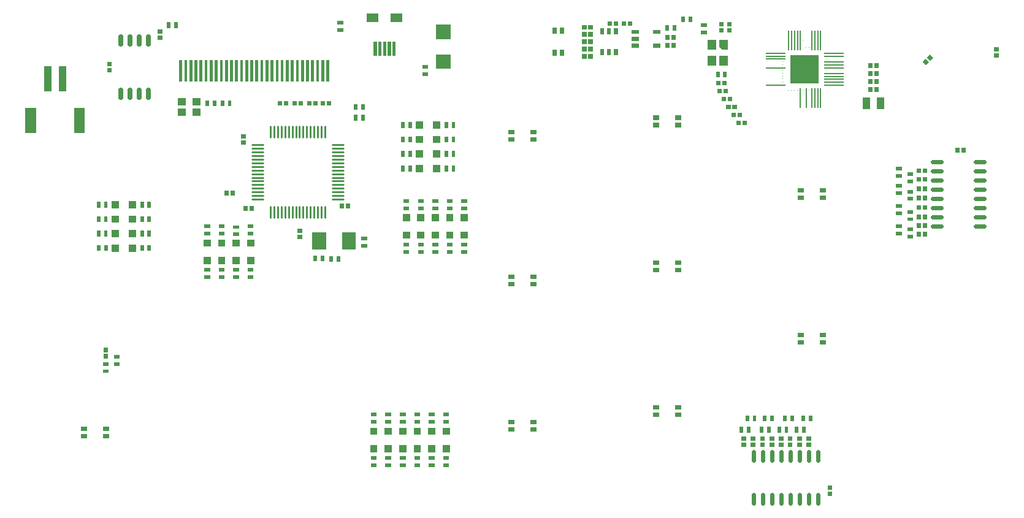
<source format=gbp>
G04 Layer: BottomPasteMaskLayer*
G04 EasyEDA v6.3.30, 2020-03-21T18:53:40+08:00*
G04 c5f63f6c624d440bb2292f988f7b391a,d4aa0ff59f9544bb86dfcbd96f28fb4a,05*
G04 Gerber Generator version 0.2*
G04 Scale: 100 percent, Rotated: No, Reflected: No *
G04 Dimensions in millimeters *
G04 leading zeros omitted , absolute positions ,3 integer and 3 decimal *
%FSLAX33Y33*%
%MOMM*%
G90*
G71D02*

%ADD29C,0.599999*%
%ADD30C,0.650011*%
%ADD31C,0.280010*%
%ADD48R,3.999992X3.999992*%
%ADD49R,2.799994X0.254000*%
%ADD50R,0.010008X0.010008*%
%ADD51R,2.799994X0.240005*%
%ADD52R,0.254000X2.799994*%
%ADD53R,0.240005X2.799994*%

%LPD*%
G54D29*
G01X141571Y57444D02*
G01X142771Y57444D01*
G01X141571Y56174D02*
G01X142771Y56174D01*
G01X141571Y54904D02*
G01X142771Y54904D01*
G01X141571Y53634D02*
G01X142771Y53634D01*
G01X141571Y52364D02*
G01X142771Y52364D01*
G01X141571Y51094D02*
G01X142771Y51094D01*
G01X141571Y49824D02*
G01X142771Y49824D01*
G01X141571Y48554D02*
G01X142771Y48554D01*
G01X135628Y57444D02*
G01X136828Y57444D01*
G01X135628Y56174D02*
G01X136828Y56174D01*
G01X135628Y54904D02*
G01X136828Y54904D01*
G01X135628Y53634D02*
G01X136828Y53634D01*
G01X135628Y52364D02*
G01X136828Y52364D01*
G01X135628Y51094D02*
G01X136828Y51094D01*
G01X135628Y49824D02*
G01X136828Y49824D01*
G01X135628Y48554D02*
G01X136828Y48554D01*
G01X119817Y11427D02*
G01X119817Y10227D01*
G01X118547Y11427D02*
G01X118547Y10227D01*
G01X117277Y11427D02*
G01X117277Y10227D01*
G01X116007Y11427D02*
G01X116007Y10227D01*
G01X114737Y11427D02*
G01X114737Y10227D01*
G01X113467Y11427D02*
G01X113467Y10227D01*
G01X112197Y11427D02*
G01X112197Y10227D01*
G01X110927Y11427D02*
G01X110927Y10227D01*
G01X119817Y17370D02*
G01X119817Y16170D01*
G01X118547Y17370D02*
G01X118547Y16170D01*
G01X117277Y17370D02*
G01X117277Y16170D01*
G01X116007Y17370D02*
G01X116007Y16170D01*
G01X114737Y17370D02*
G01X114737Y16170D01*
G01X113467Y17370D02*
G01X113467Y16170D01*
G01X112197Y17370D02*
G01X112197Y16170D01*
G01X110927Y17370D02*
G01X110927Y16170D01*
G54D30*
G01X27404Y67324D02*
G01X27404Y66274D01*
G01X26134Y67324D02*
G01X26134Y66274D01*
G01X24864Y67324D02*
G01X24864Y66274D01*
G01X23594Y67324D02*
G01X23594Y66274D01*
G01X27404Y74724D02*
G01X27404Y73675D01*
G01X26134Y74724D02*
G01X26134Y73675D01*
G01X24864Y74724D02*
G01X24864Y73675D01*
G01X23594Y74724D02*
G01X23594Y73675D01*
G54D31*
G01X54309Y52250D02*
G01X52789Y52250D01*
G01X54309Y52750D02*
G01X52789Y52750D01*
G01X54309Y53250D02*
G01X52789Y53250D01*
G01X54309Y53750D02*
G01X52789Y53750D01*
G01X54309Y54250D02*
G01X52789Y54250D01*
G01X54309Y54750D02*
G01X52789Y54750D01*
G01X54309Y55250D02*
G01X52789Y55250D01*
G01X54309Y55750D02*
G01X52789Y55750D01*
G01X54309Y56250D02*
G01X52789Y56250D01*
G01X54309Y56750D02*
G01X52789Y56750D01*
G01X54309Y57250D02*
G01X52789Y57250D01*
G01X54309Y57750D02*
G01X52789Y57750D01*
G01X54309Y58250D02*
G01X52789Y58250D01*
G01X54309Y58750D02*
G01X52789Y58750D01*
G01X54309Y59250D02*
G01X52789Y59250D01*
G01X54309Y59750D02*
G01X52789Y59750D01*
G01X51750Y60790D02*
G01X51750Y62310D01*
G01X51249Y60790D02*
G01X51249Y62310D01*
G01X50750Y60790D02*
G01X50750Y62310D01*
G01X50249Y60790D02*
G01X50249Y62310D01*
G01X49750Y60790D02*
G01X49750Y62310D01*
G01X49249Y60790D02*
G01X49249Y62310D01*
G01X48750Y60790D02*
G01X48750Y62310D01*
G01X48249Y60790D02*
G01X48249Y62310D01*
G01X47750Y60790D02*
G01X47750Y62310D01*
G01X47249Y60790D02*
G01X47249Y62310D01*
G01X46750Y60790D02*
G01X46750Y62310D01*
G01X46249Y60790D02*
G01X46249Y62310D01*
G01X45750Y60790D02*
G01X45750Y62310D01*
G01X45249Y60790D02*
G01X45249Y62310D01*
G01X44750Y60790D02*
G01X44750Y62310D01*
G01X44250Y60790D02*
G01X44250Y62310D01*
G01X43210Y59750D02*
G01X41690Y59750D01*
G01X43210Y59250D02*
G01X41690Y59250D01*
G01X43210Y58750D02*
G01X41690Y58750D01*
G01X43210Y58250D02*
G01X41690Y58250D01*
G01X43210Y57750D02*
G01X41690Y57750D01*
G01X43210Y57250D02*
G01X41690Y57250D01*
G01X43210Y56750D02*
G01X41690Y56750D01*
G01X43210Y56250D02*
G01X41690Y56250D01*
G01X43210Y55750D02*
G01X41690Y55750D01*
G01X43210Y55250D02*
G01X41690Y55250D01*
G01X43210Y54750D02*
G01X41690Y54750D01*
G01X43210Y54250D02*
G01X41690Y54250D01*
G01X43210Y53750D02*
G01X41690Y53750D01*
G01X43210Y53250D02*
G01X41690Y53250D01*
G01X43210Y52750D02*
G01X41690Y52750D01*
G01X43210Y52250D02*
G01X41690Y52250D01*
G01X44250Y49690D02*
G01X44250Y51210D01*
G01X44750Y49690D02*
G01X44750Y51210D01*
G01X45249Y49690D02*
G01X45249Y51210D01*
G01X45750Y49690D02*
G01X45750Y51210D01*
G01X46249Y49690D02*
G01X46249Y51210D01*
G01X46750Y49690D02*
G01X46750Y51210D01*
G01X47249Y49690D02*
G01X47249Y51210D01*
G01X47750Y49690D02*
G01X47750Y51210D01*
G01X48249Y49690D02*
G01X48249Y51210D01*
G01X48750Y49690D02*
G01X48750Y51210D01*
G01X49249Y49690D02*
G01X49249Y51210D01*
G01X49750Y49690D02*
G01X49750Y51210D01*
G01X50249Y49690D02*
G01X50249Y51210D01*
G01X50750Y49690D02*
G01X50750Y51210D01*
G01X51249Y49690D02*
G01X51249Y51210D01*
G01X51750Y49690D02*
G01X51750Y51210D01*
G36*
G01X109424Y62475D02*
G01X110024Y62475D01*
G01X110024Y63124D01*
G01X109424Y63124D01*
G01X109424Y62475D01*
G37*
G36*
G01X108575Y62475D02*
G01X109175Y62475D01*
G01X109175Y63124D01*
G01X108575Y63124D01*
G01X108575Y62475D01*
G37*
G36*
G01X107924Y76124D02*
G01X107924Y76724D01*
G01X107275Y76724D01*
G01X107275Y76124D01*
G01X107924Y76124D01*
G37*
G36*
G01X107924Y75275D02*
G01X107924Y75875D01*
G01X107275Y75875D01*
G01X107275Y75275D01*
G01X107924Y75275D01*
G37*
G36*
G01X108724Y63575D02*
G01X109324Y63575D01*
G01X109324Y64224D01*
G01X108724Y64224D01*
G01X108724Y63575D01*
G37*
G36*
G01X107875Y63575D02*
G01X108475Y63575D01*
G01X108475Y64224D01*
G01X107875Y64224D01*
G01X107875Y63575D01*
G37*
G36*
G01X53499Y75849D02*
G01X53499Y75349D01*
G01X54299Y75349D01*
G01X54299Y75849D01*
G01X53499Y75849D01*
G37*
G36*
G01X53499Y76849D02*
G01X53499Y76349D01*
G01X54299Y76349D01*
G01X54299Y76849D01*
G01X53499Y76849D01*
G37*
G36*
G01X101950Y76699D02*
G01X102450Y76699D01*
G01X102450Y77499D01*
G01X101950Y77499D01*
G01X101950Y76699D01*
G37*
G36*
G01X100950Y76699D02*
G01X101450Y76699D01*
G01X101450Y77499D01*
G01X100950Y77499D01*
G01X100950Y76699D01*
G37*
G36*
G01X30449Y76699D02*
G01X29949Y76699D01*
G01X29949Y75900D01*
G01X30449Y75900D01*
G01X30449Y76699D01*
G37*
G36*
G01X31449Y76699D02*
G01X30949Y76699D01*
G01X30949Y75900D01*
G01X31449Y75900D01*
G01X31449Y76699D01*
G37*
G36*
G01X127001Y66275D02*
G01X126001Y66275D01*
G01X126001Y64725D01*
G01X127001Y64725D01*
G01X127001Y66275D01*
G37*
G36*
G01X129001Y66275D02*
G01X128001Y66275D01*
G01X128001Y64725D01*
G01X129001Y64725D01*
G01X129001Y66275D01*
G37*
G36*
G01X49999Y47700D02*
G01X49999Y45300D01*
G01X51899Y45300D01*
G01X51899Y47700D01*
G01X49999Y47700D01*
G37*
G36*
G01X54100Y47700D02*
G01X54100Y45300D01*
G01X56000Y45300D01*
G01X56000Y47700D01*
G01X54100Y47700D01*
G37*
G36*
G01X61534Y72029D02*
G01X61534Y74030D01*
G01X61085Y74030D01*
G01X61085Y72029D01*
G01X61534Y72029D01*
G37*
G36*
G01X60887Y72029D02*
G01X60887Y74030D01*
G01X60434Y74030D01*
G01X60434Y72029D01*
G01X60887Y72029D01*
G37*
G36*
G01X60236Y72029D02*
G01X60236Y74030D01*
G01X59784Y74030D01*
G01X59784Y72029D01*
G01X60236Y72029D01*
G37*
G36*
G01X59586Y72029D02*
G01X59586Y74030D01*
G01X59137Y74030D01*
G01X59137Y72029D01*
G01X59586Y72029D01*
G37*
G36*
G01X58936Y72029D02*
G01X58936Y74030D01*
G01X58486Y74030D01*
G01X58486Y72029D01*
G01X58936Y72029D01*
G37*
G36*
G01X60815Y76740D02*
G01X62416Y76740D01*
G01X62416Y77942D01*
G01X60815Y77942D01*
G01X60815Y76740D01*
G37*
G36*
G01X57539Y76725D02*
G01X59139Y76725D01*
G01X59139Y77924D01*
G01X57539Y77924D01*
G01X57539Y76725D01*
G37*
G36*
G01X91684Y72952D02*
G01X91684Y72152D01*
G01X92195Y72152D01*
G01X92195Y72952D01*
G01X91684Y72952D01*
G37*
G36*
G01X90744Y72952D02*
G01X90744Y72152D01*
G01X91255Y72152D01*
G01X91255Y72952D01*
G01X90744Y72952D01*
G37*
G36*
G01X89804Y72952D02*
G01X89804Y72152D01*
G01X90315Y72152D01*
G01X90315Y72952D01*
G01X89804Y72952D01*
G37*
G36*
G01X89804Y75847D02*
G01X89804Y75047D01*
G01X90315Y75047D01*
G01X90315Y75847D01*
G01X89804Y75847D01*
G37*
G36*
G01X90744Y75847D02*
G01X90744Y75047D01*
G01X91255Y75047D01*
G01X91255Y75847D01*
G01X90744Y75847D01*
G37*
G36*
G01X91684Y75847D02*
G01X91684Y75047D01*
G01X92195Y75047D01*
G01X92195Y75847D01*
G01X91684Y75847D01*
G37*
G36*
G01X87875Y73324D02*
G01X87275Y73324D01*
G01X87275Y72675D01*
G01X87875Y72675D01*
G01X87875Y73324D01*
G37*
G36*
G01X88724Y73324D02*
G01X88124Y73324D01*
G01X88124Y72675D01*
G01X88724Y72675D01*
G01X88724Y73324D01*
G37*
G36*
G01X91375Y76824D02*
G01X90775Y76824D01*
G01X90775Y76175D01*
G01X91375Y76175D01*
G01X91375Y76824D01*
G37*
G36*
G01X92224Y76824D02*
G01X91624Y76824D01*
G01X91624Y76175D01*
G01X92224Y76175D01*
G01X92224Y76824D01*
G37*
G36*
G01X87875Y74324D02*
G01X87275Y74324D01*
G01X87275Y73675D01*
G01X87875Y73675D01*
G01X87875Y74324D01*
G37*
G36*
G01X88724Y74324D02*
G01X88124Y74324D01*
G01X88124Y73675D01*
G01X88724Y73675D01*
G01X88724Y74324D01*
G37*
G36*
G01X127624Y70375D02*
G01X128224Y70375D01*
G01X128224Y71024D01*
G01X127624Y71024D01*
G01X127624Y70375D01*
G37*
G36*
G01X126775Y70375D02*
G01X127375Y70375D01*
G01X127375Y71024D01*
G01X126775Y71024D01*
G01X126775Y70375D01*
G37*
G36*
G01X127624Y69275D02*
G01X128224Y69275D01*
G01X128224Y69924D01*
G01X127624Y69924D01*
G01X127624Y69275D01*
G37*
G36*
G01X126775Y69275D02*
G01X127375Y69275D01*
G01X127375Y69924D01*
G01X126775Y69924D01*
G01X126775Y69275D01*
G37*
G36*
G01X127624Y67075D02*
G01X128224Y67075D01*
G01X128224Y67724D01*
G01X127624Y67724D01*
G01X127624Y67075D01*
G37*
G36*
G01X126775Y67075D02*
G01X127375Y67075D01*
G01X127375Y67724D01*
G01X126775Y67724D01*
G01X126775Y67075D01*
G37*
G36*
G01X127624Y68175D02*
G01X128224Y68175D01*
G01X128224Y68824D01*
G01X127624Y68824D01*
G01X127624Y68175D01*
G37*
G36*
G01X126775Y68175D02*
G01X127375Y68175D01*
G01X127375Y68824D01*
G01X126775Y68824D01*
G01X126775Y68175D01*
G37*
G36*
G01X106375Y68624D02*
G01X105775Y68624D01*
G01X105775Y67975D01*
G01X106375Y67975D01*
G01X106375Y68624D01*
G37*
G36*
G01X107224Y68624D02*
G01X106624Y68624D01*
G01X106624Y67975D01*
G01X107224Y67975D01*
G01X107224Y68624D01*
G37*
G36*
G01X106575Y67524D02*
G01X105975Y67524D01*
G01X105975Y66875D01*
G01X106575Y66875D01*
G01X106575Y67524D01*
G37*
G36*
G01X107424Y67524D02*
G01X106824Y67524D01*
G01X106824Y66875D01*
G01X107424Y66875D01*
G01X107424Y67524D01*
G37*
G36*
G01X108024Y64675D02*
G01X108624Y64675D01*
G01X108624Y65324D01*
G01X108024Y65324D01*
G01X108024Y64675D01*
G37*
G36*
G01X107175Y64675D02*
G01X107775Y64675D01*
G01X107775Y65324D01*
G01X107175Y65324D01*
G01X107175Y64675D01*
G37*
G36*
G01X107424Y65775D02*
G01X108024Y65775D01*
G01X108024Y66424D01*
G01X107424Y66424D01*
G01X107424Y65775D01*
G37*
G36*
G01X106575Y65775D02*
G01X107175Y65775D01*
G01X107175Y66424D01*
G01X106575Y66424D01*
G01X106575Y65775D01*
G37*
G36*
G01X106824Y76124D02*
G01X106824Y76724D01*
G01X106175Y76724D01*
G01X106175Y76124D01*
G01X106824Y76124D01*
G37*
G36*
G01X106824Y75275D02*
G01X106824Y75875D01*
G01X106175Y75875D01*
G01X106175Y75275D01*
G01X106824Y75275D01*
G37*
G36*
G01X144175Y72375D02*
G01X144175Y71775D01*
G01X144824Y71775D01*
G01X144824Y72375D01*
G01X144175Y72375D01*
G37*
G36*
G01X144175Y73224D02*
G01X144175Y72624D01*
G01X144824Y72624D01*
G01X144824Y73224D01*
G01X144175Y73224D01*
G37*
G36*
G01X134682Y71641D02*
G01X134258Y71217D01*
G01X134717Y70758D01*
G01X135141Y71182D01*
G01X134682Y71641D01*
G37*
G36*
G01X135282Y72241D02*
G01X134858Y71817D01*
G01X135317Y71358D01*
G01X135741Y71782D01*
G01X135282Y72241D01*
G37*
G36*
G01X139375Y59324D02*
G01X138775Y59324D01*
G01X138775Y58675D01*
G01X139375Y58675D01*
G01X139375Y59324D01*
G37*
G36*
G01X140224Y59324D02*
G01X139624Y59324D01*
G01X139624Y58675D01*
G01X140224Y58675D01*
G01X140224Y59324D01*
G37*
G36*
G01X134324Y47075D02*
G01X134924Y47075D01*
G01X134924Y47724D01*
G01X134324Y47724D01*
G01X134324Y47075D01*
G37*
G36*
G01X133475Y47075D02*
G01X134075Y47075D01*
G01X134075Y47724D01*
G01X133475Y47724D01*
G01X133475Y47075D01*
G37*
G36*
G01X134324Y49475D02*
G01X134924Y49475D01*
G01X134924Y50124D01*
G01X134324Y50124D01*
G01X134324Y49475D01*
G37*
G36*
G01X133475Y49475D02*
G01X134075Y49475D01*
G01X134075Y50124D01*
G01X133475Y50124D01*
G01X133475Y49475D01*
G37*
G36*
G01X134324Y52075D02*
G01X134924Y52075D01*
G01X134924Y52724D01*
G01X134324Y52724D01*
G01X134324Y52075D01*
G37*
G36*
G01X133475Y52075D02*
G01X134075Y52075D01*
G01X134075Y52724D01*
G01X133475Y52724D01*
G01X133475Y52075D01*
G37*
G36*
G01X121824Y12124D02*
G01X121824Y12724D01*
G01X121175Y12724D01*
G01X121175Y12124D01*
G01X121824Y12124D01*
G37*
G36*
G01X121824Y11275D02*
G01X121824Y11875D01*
G01X121175Y11875D01*
G01X121175Y11275D01*
G01X121824Y11275D01*
G37*
G36*
G01X134324Y54675D02*
G01X134924Y54675D01*
G01X134924Y55324D01*
G01X134324Y55324D01*
G01X134324Y54675D01*
G37*
G36*
G01X133475Y54675D02*
G01X134075Y54675D01*
G01X134075Y55324D01*
G01X133475Y55324D01*
G01X133475Y54675D01*
G37*
G36*
G01X109248Y18674D02*
G01X109248Y18074D01*
G01X109897Y18074D01*
G01X109897Y18674D01*
G01X109248Y18674D01*
G37*
G36*
G01X109248Y19522D02*
G01X109248Y18923D01*
G01X109897Y18923D01*
G01X109897Y19522D01*
G01X109248Y19522D01*
G37*
G36*
G01X111848Y18674D02*
G01X111848Y18074D01*
G01X112497Y18074D01*
G01X112497Y18674D01*
G01X111848Y18674D01*
G37*
G36*
G01X111848Y19522D02*
G01X111848Y18923D01*
G01X112497Y18923D01*
G01X112497Y19522D01*
G01X111848Y19522D01*
G37*
G36*
G01X114448Y18674D02*
G01X114448Y18074D01*
G01X115097Y18074D01*
G01X115097Y18674D01*
G01X114448Y18674D01*
G37*
G36*
G01X114448Y19522D02*
G01X114448Y18923D01*
G01X115097Y18923D01*
G01X115097Y19522D01*
G01X114448Y19522D01*
G37*
G36*
G01X88124Y74675D02*
G01X88724Y74675D01*
G01X88724Y75324D01*
G01X88124Y75324D01*
G01X88124Y74675D01*
G37*
G36*
G01X87275Y74675D02*
G01X87875Y74675D01*
G01X87875Y75324D01*
G01X87275Y75324D01*
G01X87275Y74675D01*
G37*
G36*
G01X88124Y75675D02*
G01X88724Y75675D01*
G01X88724Y76324D01*
G01X88124Y76324D01*
G01X88124Y75675D01*
G37*
G36*
G01X87275Y75675D02*
G01X87875Y75675D01*
G01X87875Y76324D01*
G01X87275Y76324D01*
G01X87275Y75675D01*
G37*
G36*
G01X134324Y55875D02*
G01X134924Y55875D01*
G01X134924Y56524D01*
G01X134324Y56524D01*
G01X134324Y55875D01*
G37*
G36*
G01X133475Y55875D02*
G01X134075Y55875D01*
G01X134075Y56524D01*
G01X133475Y56524D01*
G01X133475Y55875D01*
G37*
G36*
G01X110548Y18674D02*
G01X110548Y18074D01*
G01X111197Y18074D01*
G01X111197Y18674D01*
G01X110548Y18674D01*
G37*
G36*
G01X110548Y19522D02*
G01X110548Y18923D01*
G01X111197Y18923D01*
G01X111197Y19522D01*
G01X110548Y19522D01*
G37*
G36*
G01X113148Y18674D02*
G01X113148Y18074D01*
G01X113797Y18074D01*
G01X113797Y18674D01*
G01X113148Y18674D01*
G37*
G36*
G01X113148Y19522D02*
G01X113148Y18923D01*
G01X113797Y18923D01*
G01X113797Y19522D01*
G01X113148Y19522D01*
G37*
G36*
G01X115648Y18674D02*
G01X115648Y18074D01*
G01X116297Y18074D01*
G01X116297Y18674D01*
G01X115648Y18674D01*
G37*
G36*
G01X115648Y19522D02*
G01X115648Y18923D01*
G01X116297Y18923D01*
G01X116297Y19522D01*
G01X115648Y19522D01*
G37*
G36*
G01X134324Y48275D02*
G01X134924Y48275D01*
G01X134924Y48924D01*
G01X134324Y48924D01*
G01X134324Y48275D01*
G37*
G36*
G01X133475Y48275D02*
G01X134075Y48275D01*
G01X134075Y48924D01*
G01X133475Y48924D01*
G01X133475Y48275D01*
G37*
G36*
G01X134324Y50775D02*
G01X134924Y50775D01*
G01X134924Y51424D01*
G01X134324Y51424D01*
G01X134324Y50775D01*
G37*
G36*
G01X133475Y50775D02*
G01X134075Y50775D01*
G01X134075Y51424D01*
G01X133475Y51424D01*
G01X133475Y50775D01*
G37*
G36*
G01X134324Y53375D02*
G01X134924Y53375D01*
G01X134924Y54024D01*
G01X134324Y54024D01*
G01X134324Y53375D01*
G37*
G36*
G01X133475Y53375D02*
G01X134075Y53375D01*
G01X134075Y54024D01*
G01X133475Y54024D01*
G01X133475Y53375D01*
G37*
G36*
G01X116948Y18674D02*
G01X116948Y18074D01*
G01X117597Y18074D01*
G01X117597Y18674D01*
G01X116948Y18674D01*
G37*
G36*
G01X116948Y19522D02*
G01X116948Y18923D01*
G01X117597Y18923D01*
G01X117597Y19522D01*
G01X116948Y19522D01*
G37*
G36*
G01X118248Y18674D02*
G01X118248Y18074D01*
G01X118897Y18074D01*
G01X118897Y18674D01*
G01X118248Y18674D01*
G37*
G36*
G01X118248Y19522D02*
G01X118248Y18923D01*
G01X118897Y18923D01*
G01X118897Y19522D01*
G01X118248Y19522D01*
G37*
G36*
G01X88124Y71675D02*
G01X88724Y71675D01*
G01X88724Y72324D01*
G01X88124Y72324D01*
G01X88124Y71675D01*
G37*
G36*
G01X87275Y71675D02*
G01X87875Y71675D01*
G01X87875Y72324D01*
G01X87275Y72324D01*
G01X87275Y71675D01*
G37*
G36*
G01X31450Y66200D02*
G01X31450Y65200D01*
G01X32550Y65200D01*
G01X32550Y66200D01*
G01X31450Y66200D01*
G37*
G36*
G01X31450Y64800D02*
G01X31450Y63800D01*
G01X32550Y63800D01*
G01X32550Y64800D01*
G01X31450Y64800D01*
G37*
G36*
G01X51775Y65824D02*
G01X51175Y65824D01*
G01X51175Y65175D01*
G01X51775Y65175D01*
G01X51775Y65824D01*
G37*
G36*
G01X52624Y65824D02*
G01X52024Y65824D01*
G01X52024Y65175D01*
G01X52624Y65175D01*
G01X52624Y65824D01*
G37*
G36*
G01X49875Y65824D02*
G01X49275Y65824D01*
G01X49275Y65175D01*
G01X49875Y65175D01*
G01X49875Y65824D01*
G37*
G36*
G01X50724Y65824D02*
G01X50124Y65824D01*
G01X50124Y65175D01*
G01X50724Y65175D01*
G01X50724Y65824D01*
G37*
G36*
G01X47875Y65824D02*
G01X47275Y65824D01*
G01X47275Y65175D01*
G01X47875Y65175D01*
G01X47875Y65824D01*
G37*
G36*
G01X48724Y65824D02*
G01X48124Y65824D01*
G01X48124Y65175D01*
G01X48724Y65175D01*
G01X48724Y65824D01*
G37*
G36*
G01X45875Y65824D02*
G01X45275Y65824D01*
G01X45275Y65175D01*
G01X45875Y65175D01*
G01X45875Y65824D01*
G37*
G36*
G01X46724Y65824D02*
G01X46124Y65824D01*
G01X46124Y65175D01*
G01X46724Y65175D01*
G01X46724Y65824D01*
G37*
G36*
G01X34549Y63799D02*
G01X34549Y64799D01*
G01X33449Y64799D01*
G01X33449Y63799D01*
G01X34549Y63799D01*
G37*
G36*
G01X34549Y65199D02*
G01X34549Y66199D01*
G01X33449Y66199D01*
G01X33449Y65199D01*
G01X34549Y65199D01*
G37*
G36*
G01X99624Y74275D02*
G01X100224Y74275D01*
G01X100224Y74924D01*
G01X99624Y74924D01*
G01X99624Y74275D01*
G37*
G36*
G01X98775Y74275D02*
G01X99375Y74275D01*
G01X99375Y74924D01*
G01X98775Y74924D01*
G01X98775Y74275D01*
G37*
G36*
G01X93624Y76175D02*
G01X94224Y76175D01*
G01X94224Y76824D01*
G01X93624Y76824D01*
G01X93624Y76175D01*
G37*
G36*
G01X92775Y76175D02*
G01X93375Y76175D01*
G01X93375Y76824D01*
G01X92775Y76824D01*
G01X92775Y76175D01*
G37*
G36*
G01X99375Y73824D02*
G01X98775Y73824D01*
G01X98775Y73175D01*
G01X99375Y73175D01*
G01X99375Y73824D01*
G37*
G36*
G01X100224Y73824D02*
G01X99624Y73824D01*
G01X99624Y73175D01*
G01X100224Y73175D01*
G01X100224Y73824D01*
G37*
G36*
G01X22324Y70624D02*
G01X22324Y71224D01*
G01X21675Y71224D01*
G01X21675Y70624D01*
G01X22324Y70624D01*
G37*
G36*
G01X22324Y69775D02*
G01X22324Y70375D01*
G01X21675Y70375D01*
G01X21675Y69775D01*
G01X22324Y69775D01*
G37*
G36*
G01X29324Y75124D02*
G01X29324Y75724D01*
G01X28675Y75724D01*
G01X28675Y75124D01*
G01X29324Y75124D01*
G37*
G36*
G01X29324Y74275D02*
G01X29324Y74875D01*
G01X28675Y74875D01*
G01X28675Y74275D01*
G01X29324Y74275D01*
G37*
G36*
G01X21175Y30875D02*
G01X21175Y30275D01*
G01X21824Y30275D01*
G01X21824Y30875D01*
G01X21175Y30875D01*
G37*
G36*
G01X21175Y31724D02*
G01X21175Y31124D01*
G01X21824Y31124D01*
G01X21824Y31724D01*
G01X21175Y31724D01*
G37*
G36*
G01X48624Y47624D02*
G01X48624Y48224D01*
G01X47975Y48224D01*
G01X47975Y47624D01*
G01X48624Y47624D01*
G37*
G36*
G01X48624Y46775D02*
G01X48624Y47375D01*
G01X47975Y47375D01*
G01X47975Y46775D01*
G01X48624Y46775D01*
G37*
G36*
G01X41324Y50675D02*
G01X41924Y50675D01*
G01X41924Y51324D01*
G01X41324Y51324D01*
G01X41324Y50675D01*
G37*
G36*
G01X40475Y50675D02*
G01X41075Y50675D01*
G01X41075Y51324D01*
G01X40475Y51324D01*
G01X40475Y50675D01*
G37*
G36*
G01X54375Y51624D02*
G01X53775Y51624D01*
G01X53775Y50975D01*
G01X54375Y50975D01*
G01X54375Y51624D01*
G37*
G36*
G01X55224Y51624D02*
G01X54624Y51624D01*
G01X54624Y50975D01*
G01X55224Y50975D01*
G01X55224Y51624D01*
G37*
G36*
G01X38724Y52775D02*
G01X39324Y52775D01*
G01X39324Y53424D01*
G01X38724Y53424D01*
G01X38724Y52775D01*
G37*
G36*
G01X37875Y52775D02*
G01X38475Y52775D01*
G01X38475Y53424D01*
G01X37875Y53424D01*
G01X37875Y52775D01*
G37*
G36*
G01X40175Y60375D02*
G01X40175Y59775D01*
G01X40824Y59775D01*
G01X40824Y60375D01*
G01X40175Y60375D01*
G37*
G36*
G01X40175Y61224D02*
G01X40175Y60624D01*
G01X40824Y60624D01*
G01X40824Y61224D01*
G01X40175Y61224D01*
G37*
G36*
G01X56750Y64599D02*
G01X57250Y64599D01*
G01X57250Y65399D01*
G01X56750Y65399D01*
G01X56750Y64599D01*
G37*
G36*
G01X55750Y64599D02*
G01X56250Y64599D01*
G01X56250Y65399D01*
G01X55750Y65399D01*
G01X55750Y64599D01*
G37*
G36*
G01X56750Y63100D02*
G01X57250Y63100D01*
G01X57250Y63899D01*
G01X56750Y63899D01*
G01X56750Y63100D01*
G37*
G36*
G01X55750Y63100D02*
G01X56250Y63100D01*
G01X56250Y63899D01*
G01X55750Y63899D01*
G01X55750Y63100D01*
G37*
G36*
G01X98100Y73174D02*
G01X98100Y73724D01*
G01X97100Y73724D01*
G01X97100Y73174D01*
G01X98100Y73174D01*
G37*
G36*
G01X98100Y75074D02*
G01X98100Y75624D01*
G01X97100Y75624D01*
G01X97100Y75074D01*
G01X98100Y75074D01*
G37*
G36*
G01X95100Y75074D02*
G01X95100Y75624D01*
G01X94100Y75624D01*
G01X94100Y75074D01*
G01X95100Y75074D01*
G37*
G36*
G01X95100Y74124D02*
G01X95100Y74674D01*
G01X94100Y74674D01*
G01X94100Y74124D01*
G01X95100Y74124D01*
G37*
G36*
G01X95100Y73174D02*
G01X95100Y73724D01*
G01X94100Y73724D01*
G01X94100Y73174D01*
G01X95100Y73174D01*
G37*
G36*
G01X70500Y50200D02*
G01X70500Y49200D01*
G01X71500Y49200D01*
G01X71500Y50200D01*
G01X70500Y50200D01*
G37*
G36*
G01X70500Y47800D02*
G01X70500Y46800D01*
G01X71500Y46800D01*
G01X71500Y47800D01*
G01X70500Y47800D01*
G37*
G36*
G01X37000Y46699D02*
G01X37000Y45699D01*
G01X38000Y45699D01*
G01X38000Y46699D01*
G01X37000Y46699D01*
G37*
G36*
G01X37000Y44299D02*
G01X37000Y43299D01*
G01X38000Y43299D01*
G01X38000Y44299D01*
G01X37000Y44299D01*
G37*
G36*
G01X40999Y46699D02*
G01X40999Y45699D01*
G01X41999Y45699D01*
G01X41999Y46699D01*
G01X40999Y46699D01*
G37*
G36*
G01X40999Y44299D02*
G01X40999Y43299D01*
G01X41999Y43299D01*
G01X41999Y44299D01*
G01X40999Y44299D01*
G37*
G36*
G01X38999Y46699D02*
G01X38999Y45699D01*
G01X39999Y45699D01*
G01X39999Y46699D01*
G01X38999Y46699D01*
G37*
G36*
G01X38999Y44299D02*
G01X38999Y43299D01*
G01X39999Y43299D01*
G01X39999Y44299D01*
G01X38999Y44299D01*
G37*
G36*
G01X64300Y58000D02*
G01X65300Y58000D01*
G01X65300Y59000D01*
G01X64300Y59000D01*
G01X64300Y58000D01*
G37*
G36*
G01X66700Y58000D02*
G01X67700Y58000D01*
G01X67700Y59000D01*
G01X66700Y59000D01*
G01X66700Y58000D01*
G37*
G36*
G01X64299Y62000D02*
G01X65299Y62000D01*
G01X65299Y63000D01*
G01X64299Y63000D01*
G01X64299Y62000D01*
G37*
G36*
G01X66699Y62000D02*
G01X67699Y62000D01*
G01X67699Y63000D01*
G01X66699Y63000D01*
G01X66699Y62000D01*
G37*
G36*
G01X25699Y46000D02*
G01X24700Y46000D01*
G01X24700Y45000D01*
G01X25699Y45000D01*
G01X25699Y46000D01*
G37*
G36*
G01X23300Y46000D02*
G01X22300Y46000D01*
G01X22300Y45000D01*
G01X23300Y45000D01*
G01X23300Y46000D01*
G37*
G36*
G01X35000Y46699D02*
G01X35000Y45699D01*
G01X36000Y45699D01*
G01X36000Y46699D01*
G01X35000Y46699D01*
G37*
G36*
G01X35000Y44299D02*
G01X35000Y43299D01*
G01X36000Y43299D01*
G01X36000Y44299D01*
G01X35000Y44299D01*
G37*
G36*
G01X68499Y50200D02*
G01X68499Y49200D01*
G01X69499Y49200D01*
G01X69499Y50200D01*
G01X68499Y50200D01*
G37*
G36*
G01X68499Y47800D02*
G01X68499Y46800D01*
G01X69499Y46800D01*
G01X69499Y47800D01*
G01X68499Y47800D01*
G37*
G36*
G01X66499Y50200D02*
G01X66499Y49200D01*
G01X67499Y49200D01*
G01X67499Y50200D01*
G01X66499Y50200D01*
G37*
G36*
G01X66499Y47800D02*
G01X66499Y46800D01*
G01X67499Y46800D01*
G01X67499Y47800D01*
G01X66499Y47800D01*
G37*
G36*
G01X64299Y56000D02*
G01X65299Y56000D01*
G01X65299Y57000D01*
G01X64299Y57000D01*
G01X64299Y56000D01*
G37*
G36*
G01X66699Y56000D02*
G01X67699Y56000D01*
G01X67699Y57000D01*
G01X66699Y57000D01*
G01X66699Y56000D01*
G37*
G36*
G01X64300Y60000D02*
G01X65300Y60000D01*
G01X65300Y61000D01*
G01X64300Y61000D01*
G01X64300Y60000D01*
G37*
G36*
G01X66700Y60000D02*
G01X67700Y60000D01*
G01X67700Y61000D01*
G01X66700Y61000D01*
G01X66700Y60000D01*
G37*
G36*
G01X64499Y50200D02*
G01X64499Y49200D01*
G01X65499Y49200D01*
G01X65499Y50200D01*
G01X64499Y50200D01*
G37*
G36*
G01X64499Y47800D02*
G01X64499Y46800D01*
G01X65499Y46800D01*
G01X65499Y47800D01*
G01X64499Y47800D01*
G37*
G36*
G01X62500Y50200D02*
G01X62500Y49200D01*
G01X63500Y49200D01*
G01X63500Y50200D01*
G01X62500Y50200D01*
G37*
G36*
G01X62500Y47800D02*
G01X62500Y46800D01*
G01X63500Y46800D01*
G01X63500Y47800D01*
G01X62500Y47800D01*
G37*
G36*
G01X25699Y51999D02*
G01X24700Y51999D01*
G01X24700Y50999D01*
G01X25699Y50999D01*
G01X25699Y51999D01*
G37*
G36*
G01X23300Y51999D02*
G01X22300Y51999D01*
G01X22300Y50999D01*
G01X23300Y50999D01*
G01X23300Y51999D01*
G37*
G36*
G01X25699Y50000D02*
G01X24700Y50000D01*
G01X24700Y49000D01*
G01X25699Y49000D01*
G01X25699Y50000D01*
G37*
G36*
G01X23300Y50000D02*
G01X22300Y50000D01*
G01X22300Y49000D01*
G01X23300Y49000D01*
G01X23300Y50000D01*
G37*
G36*
G01X25699Y48000D02*
G01X24700Y48000D01*
G01X24700Y47000D01*
G01X25699Y47000D01*
G01X25699Y48000D01*
G37*
G36*
G01X23300Y48000D02*
G01X22300Y48000D01*
G01X22300Y47000D01*
G01X23300Y47000D01*
G01X23300Y48000D01*
G37*
G36*
G01X62000Y20700D02*
G01X62000Y19700D01*
G01X63000Y19700D01*
G01X63000Y20700D01*
G01X62000Y20700D01*
G37*
G36*
G01X62000Y18300D02*
G01X62000Y17300D01*
G01X63000Y17300D01*
G01X63000Y18300D01*
G01X62000Y18300D01*
G37*
G36*
G01X60000Y20700D02*
G01X60000Y19700D01*
G01X61000Y19700D01*
G01X61000Y20700D01*
G01X60000Y20700D01*
G37*
G36*
G01X60000Y18300D02*
G01X60000Y17300D01*
G01X61000Y17300D01*
G01X61000Y18300D01*
G01X60000Y18300D01*
G37*
G36*
G01X58000Y20700D02*
G01X58000Y19700D01*
G01X59000Y19700D01*
G01X59000Y20700D01*
G01X58000Y20700D01*
G37*
G36*
G01X58000Y18300D02*
G01X58000Y17300D01*
G01X59000Y17300D01*
G01X59000Y18300D01*
G01X58000Y18300D01*
G37*
G36*
G01X68000Y20700D02*
G01X68000Y19700D01*
G01X69000Y19700D01*
G01X69000Y20700D01*
G01X68000Y20700D01*
G37*
G36*
G01X68000Y18300D02*
G01X68000Y17300D01*
G01X69000Y17300D01*
G01X69000Y18300D01*
G01X68000Y18300D01*
G37*
G36*
G01X66000Y20700D02*
G01X66000Y19700D01*
G01X67000Y19700D01*
G01X67000Y20700D01*
G01X66000Y20700D01*
G37*
G36*
G01X66000Y18300D02*
G01X66000Y17300D01*
G01X67000Y17300D01*
G01X67000Y18300D01*
G01X66000Y18300D01*
G37*
G36*
G01X64000Y20700D02*
G01X64000Y19700D01*
G01X65000Y19700D01*
G01X65000Y20700D01*
G01X64000Y20700D01*
G37*
G36*
G01X64000Y18300D02*
G01X64000Y17300D01*
G01X65000Y17300D01*
G01X65000Y18300D01*
G01X64000Y18300D01*
G37*
G36*
G01X103700Y76549D02*
G01X103700Y76049D01*
G01X104500Y76049D01*
G01X104500Y76549D01*
G01X103700Y76549D01*
G37*
G36*
G01X103700Y75549D02*
G01X103700Y75049D01*
G01X104500Y75049D01*
G01X104500Y75549D01*
G01X103700Y75549D01*
G37*
G36*
G01X107249Y69899D02*
G01X106749Y69899D01*
G01X106749Y69099D01*
G01X107249Y69099D01*
G01X107249Y69899D01*
G37*
G36*
G01X106249Y69899D02*
G01X105749Y69899D01*
G01X105749Y69099D01*
G01X106249Y69099D01*
G01X106249Y69899D01*
G37*
G36*
G01X50150Y43700D02*
G01X50650Y43700D01*
G01X50650Y44500D01*
G01X50150Y44500D01*
G01X50150Y43700D01*
G37*
G36*
G01X51150Y43700D02*
G01X51650Y43700D01*
G01X51650Y44500D01*
G01X51150Y44500D01*
G01X51150Y43700D01*
G37*
G36*
G01X56800Y47049D02*
G01X56800Y46549D01*
G01X57600Y46549D01*
G01X57600Y47049D01*
G01X56800Y47049D01*
G37*
G36*
G01X56800Y46049D02*
G01X56800Y45549D01*
G01X57600Y45549D01*
G01X57600Y46049D01*
G01X56800Y46049D01*
G37*
G36*
G01X69099Y74357D02*
G01X69099Y76357D01*
G01X67099Y76357D01*
G01X67099Y74357D01*
G01X69099Y74357D01*
G37*
G36*
G01X69099Y70242D02*
G01X69099Y72242D01*
G01X67099Y72242D01*
G01X67099Y70242D01*
G01X69099Y70242D01*
G37*
G36*
G01X71399Y50750D02*
G01X71399Y51250D01*
G01X70599Y51250D01*
G01X70599Y50750D01*
G01X71399Y50750D01*
G37*
G36*
G01X71399Y51750D02*
G01X71399Y52250D01*
G01X70599Y52250D01*
G01X70599Y51750D01*
G01X71399Y51750D01*
G37*
G36*
G01X37899Y47250D02*
G01X37899Y47750D01*
G01X37099Y47750D01*
G01X37099Y47250D01*
G01X37899Y47250D01*
G37*
G36*
G01X37899Y48250D02*
G01X37899Y48750D01*
G01X37099Y48750D01*
G01X37099Y48250D01*
G01X37899Y48250D01*
G37*
G36*
G01X41899Y47250D02*
G01X41899Y47750D01*
G01X41099Y47750D01*
G01X41099Y47250D01*
G01X41899Y47250D01*
G37*
G36*
G01X41899Y48250D02*
G01X41899Y48750D01*
G01X41099Y48750D01*
G01X41099Y48250D01*
G01X41899Y48250D01*
G37*
G36*
G01X39899Y47150D02*
G01X39899Y47650D01*
G01X39099Y47650D01*
G01X39099Y47150D01*
G01X39899Y47150D01*
G37*
G36*
G01X39899Y48150D02*
G01X39899Y48650D01*
G01X39099Y48650D01*
G01X39099Y48150D01*
G01X39899Y48150D01*
G37*
G36*
G01X35899Y47250D02*
G01X35899Y47750D01*
G01X35099Y47750D01*
G01X35099Y47250D01*
G01X35899Y47250D01*
G37*
G36*
G01X35899Y48250D02*
G01X35899Y48750D01*
G01X35099Y48750D01*
G01X35099Y48250D01*
G01X35899Y48250D01*
G37*
G36*
G01X26250Y45100D02*
G01X26750Y45100D01*
G01X26750Y45900D01*
G01X26250Y45900D01*
G01X26250Y45100D01*
G37*
G36*
G01X27250Y45100D02*
G01X27750Y45100D01*
G01X27750Y45900D01*
G01X27250Y45900D01*
G01X27250Y45100D01*
G37*
G36*
G01X63749Y58899D02*
G01X63249Y58899D01*
G01X63249Y58099D01*
G01X63749Y58099D01*
G01X63749Y58899D01*
G37*
G36*
G01X62749Y58899D02*
G01X62249Y58899D01*
G01X62249Y58099D01*
G01X62749Y58099D01*
G01X62749Y58899D01*
G37*
G36*
G01X63749Y62899D02*
G01X63249Y62899D01*
G01X63249Y62099D01*
G01X63749Y62099D01*
G01X63749Y62899D01*
G37*
G36*
G01X62749Y62899D02*
G01X62249Y62899D01*
G01X62249Y62099D01*
G01X62749Y62099D01*
G01X62749Y62899D01*
G37*
G36*
G01X63749Y60899D02*
G01X63249Y60899D01*
G01X63249Y60099D01*
G01X63749Y60099D01*
G01X63749Y60899D01*
G37*
G36*
G01X62749Y60899D02*
G01X62249Y60899D01*
G01X62249Y60099D01*
G01X62749Y60099D01*
G01X62749Y60899D01*
G37*
G36*
G01X63749Y56899D02*
G01X63249Y56899D01*
G01X63249Y56099D01*
G01X63749Y56099D01*
G01X63749Y56899D01*
G37*
G36*
G01X62749Y56899D02*
G01X62249Y56899D01*
G01X62249Y56099D01*
G01X62749Y56099D01*
G01X62749Y56899D01*
G37*
G36*
G01X69399Y50750D02*
G01X69399Y51250D01*
G01X68599Y51250D01*
G01X68599Y50750D01*
G01X69399Y50750D01*
G37*
G36*
G01X69399Y51750D02*
G01X69399Y52250D01*
G01X68599Y52250D01*
G01X68599Y51750D01*
G01X69399Y51750D01*
G37*
G36*
G01X67399Y50750D02*
G01X67399Y51250D01*
G01X66599Y51250D01*
G01X66599Y50750D01*
G01X67399Y50750D01*
G37*
G36*
G01X67399Y51750D02*
G01X67399Y52250D01*
G01X66599Y52250D01*
G01X66599Y51750D01*
G01X67399Y51750D01*
G37*
G36*
G01X63399Y50750D02*
G01X63399Y51250D01*
G01X62599Y51250D01*
G01X62599Y50750D01*
G01X63399Y50750D01*
G37*
G36*
G01X63399Y51750D02*
G01X63399Y52250D01*
G01X62599Y52250D01*
G01X62599Y51750D01*
G01X63399Y51750D01*
G37*
G36*
G01X65399Y50750D02*
G01X65399Y51250D01*
G01X64599Y51250D01*
G01X64599Y50750D01*
G01X65399Y50750D01*
G37*
G36*
G01X65399Y51750D02*
G01X65399Y52250D01*
G01X64599Y52250D01*
G01X64599Y51750D01*
G01X65399Y51750D01*
G37*
G36*
G01X26250Y51100D02*
G01X26750Y51100D01*
G01X26750Y51900D01*
G01X26250Y51900D01*
G01X26250Y51100D01*
G37*
G36*
G01X27250Y51100D02*
G01X27750Y51100D01*
G01X27750Y51900D01*
G01X27250Y51900D01*
G01X27250Y51100D01*
G37*
G36*
G01X26250Y49100D02*
G01X26750Y49100D01*
G01X26750Y49900D01*
G01X26250Y49900D01*
G01X26250Y49100D01*
G37*
G36*
G01X27250Y49100D02*
G01X27750Y49100D01*
G01X27750Y49900D01*
G01X27250Y49900D01*
G01X27250Y49100D01*
G37*
G36*
G01X26250Y47100D02*
G01X26750Y47100D01*
G01X26750Y47900D01*
G01X26250Y47900D01*
G01X26250Y47100D01*
G37*
G36*
G01X27250Y47100D02*
G01X27750Y47100D01*
G01X27750Y47900D01*
G01X27250Y47900D01*
G01X27250Y47100D01*
G37*
G36*
G01X62899Y21250D02*
G01X62899Y21750D01*
G01X62099Y21750D01*
G01X62099Y21250D01*
G01X62899Y21250D01*
G37*
G36*
G01X62899Y22250D02*
G01X62899Y22750D01*
G01X62099Y22750D01*
G01X62099Y22250D01*
G01X62899Y22250D01*
G37*
G36*
G01X60899Y21250D02*
G01X60899Y21750D01*
G01X60099Y21750D01*
G01X60099Y21250D01*
G01X60899Y21250D01*
G37*
G36*
G01X60899Y22250D02*
G01X60899Y22750D01*
G01X60099Y22750D01*
G01X60099Y22250D01*
G01X60899Y22250D01*
G37*
G36*
G01X58899Y21250D02*
G01X58899Y21750D01*
G01X58099Y21750D01*
G01X58099Y21250D01*
G01X58899Y21250D01*
G37*
G36*
G01X58899Y22250D02*
G01X58899Y22750D01*
G01X58099Y22750D01*
G01X58099Y22250D01*
G01X58899Y22250D01*
G37*
G36*
G01X68899Y21250D02*
G01X68899Y21750D01*
G01X68099Y21750D01*
G01X68099Y21250D01*
G01X68899Y21250D01*
G37*
G36*
G01X68899Y22250D02*
G01X68899Y22750D01*
G01X68099Y22750D01*
G01X68099Y22250D01*
G01X68899Y22250D01*
G37*
G36*
G01X66899Y21250D02*
G01X66899Y21750D01*
G01X66099Y21750D01*
G01X66099Y21250D01*
G01X66899Y21250D01*
G37*
G36*
G01X66899Y22250D02*
G01X66899Y22750D01*
G01X66099Y22750D01*
G01X66099Y22250D01*
G01X66899Y22250D01*
G37*
G36*
G01X64899Y21250D02*
G01X64899Y21750D01*
G01X64099Y21750D01*
G01X64099Y21250D01*
G01X64899Y21250D01*
G37*
G36*
G01X64899Y22250D02*
G01X64899Y22750D01*
G01X64099Y22750D01*
G01X64099Y22250D01*
G01X64899Y22250D01*
G37*
G36*
G01X65199Y69750D02*
G01X65199Y69250D01*
G01X65999Y69250D01*
G01X65999Y69750D01*
G01X65199Y69750D01*
G37*
G36*
G01X65199Y70750D02*
G01X65199Y70250D01*
G01X65999Y70250D01*
G01X65999Y70750D01*
G01X65199Y70750D01*
G37*
G36*
G01X14999Y67124D02*
G01X15999Y67124D01*
G01X15999Y70624D01*
G01X14999Y70624D01*
G01X14999Y67124D01*
G37*
G36*
G01X12999Y67124D02*
G01X13999Y67124D01*
G01X13999Y70624D01*
G01X12999Y70624D01*
G01X12999Y67124D01*
G37*
G36*
G01X17098Y61424D02*
G01X18600Y61424D01*
G01X18600Y64825D01*
G01X17098Y64825D01*
G01X17098Y61424D01*
G37*
G36*
G01X10399Y61424D02*
G01X11901Y61424D01*
G01X11901Y64825D01*
G01X10399Y64825D01*
G01X10399Y61424D01*
G37*
G36*
G01X53350Y43600D02*
G01X53850Y43600D01*
G01X53850Y44400D01*
G01X53350Y44400D01*
G01X53350Y43600D01*
G37*
G36*
G01X52350Y43600D02*
G01X52850Y43600D01*
G01X52850Y44400D01*
G01X52350Y44400D01*
G01X52350Y43600D01*
G37*
G36*
G01X100249Y76299D02*
G01X99749Y76299D01*
G01X99749Y75499D01*
G01X100249Y75499D01*
G01X100249Y76299D01*
G37*
G36*
G01X99249Y76299D02*
G01X98749Y76299D01*
G01X98749Y75499D01*
G01X99249Y75499D01*
G01X99249Y76299D01*
G37*
G36*
G01X132200Y48349D02*
G01X132200Y47849D01*
G01X133000Y47849D01*
G01X133000Y48349D01*
G01X132200Y48349D01*
G37*
G36*
G01X132200Y47349D02*
G01X132200Y46849D01*
G01X133000Y46849D01*
G01X133000Y47349D01*
G01X132200Y47349D01*
G37*
G36*
G01X131399Y47250D02*
G01X131399Y47750D01*
G01X130599Y47750D01*
G01X130599Y47250D01*
G01X131399Y47250D01*
G37*
G36*
G01X131399Y48250D02*
G01X131399Y48750D01*
G01X130599Y48750D01*
G01X130599Y48250D01*
G01X131399Y48250D01*
G37*
G36*
G01X132200Y50749D02*
G01X132200Y50249D01*
G01X133000Y50249D01*
G01X133000Y50749D01*
G01X132200Y50749D01*
G37*
G36*
G01X132200Y49749D02*
G01X132200Y49249D01*
G01X133000Y49249D01*
G01X133000Y49749D01*
G01X132200Y49749D01*
G37*
G36*
G01X131399Y50050D02*
G01X131399Y50550D01*
G01X130599Y50550D01*
G01X130599Y50050D01*
G01X131399Y50050D01*
G37*
G36*
G01X131399Y51050D02*
G01X131399Y51550D01*
G01X130599Y51550D01*
G01X130599Y51050D01*
G01X131399Y51050D01*
G37*
G36*
G01X132200Y53549D02*
G01X132200Y53049D01*
G01X133000Y53049D01*
G01X133000Y53549D01*
G01X132200Y53549D01*
G37*
G36*
G01X132200Y52549D02*
G01X132200Y52049D01*
G01X133000Y52049D01*
G01X133000Y52549D01*
G01X132200Y52549D01*
G37*
G36*
G01X131399Y52850D02*
G01X131399Y53350D01*
G01X130599Y53350D01*
G01X130599Y52850D01*
G01X131399Y52850D01*
G37*
G36*
G01X131399Y53850D02*
G01X131399Y54350D01*
G01X130599Y54350D01*
G01X130599Y53850D01*
G01X131399Y53850D01*
G37*
G36*
G01X132200Y55949D02*
G01X132200Y55449D01*
G01X133000Y55449D01*
G01X133000Y55949D01*
G01X132200Y55949D01*
G37*
G36*
G01X132200Y54949D02*
G01X132200Y54449D01*
G01X133000Y54449D01*
G01X133000Y54949D01*
G01X132200Y54949D01*
G37*
G36*
G01X131399Y55250D02*
G01X131399Y55750D01*
G01X130599Y55750D01*
G01X130599Y55250D01*
G01X131399Y55250D01*
G37*
G36*
G01X131399Y56250D02*
G01X131399Y56750D01*
G01X130599Y56750D01*
G01X130599Y56250D01*
G01X131399Y56250D01*
G37*
G36*
G01X110522Y20798D02*
G01X110022Y20798D01*
G01X110022Y19998D01*
G01X110522Y19998D01*
G01X110522Y20798D01*
G37*
G36*
G01X109522Y20798D02*
G01X109022Y20798D01*
G01X109022Y19998D01*
G01X109522Y19998D01*
G01X109522Y20798D01*
G37*
G36*
G01X109823Y21598D02*
G01X110323Y21598D01*
G01X110323Y22398D01*
G01X109823Y22398D01*
G01X109823Y21598D01*
G37*
G36*
G01X110823Y21598D02*
G01X111323Y21598D01*
G01X111323Y22398D01*
G01X110823Y22398D01*
G01X110823Y21598D01*
G37*
G36*
G01X113322Y20798D02*
G01X112822Y20798D01*
G01X112822Y19998D01*
G01X113322Y19998D01*
G01X113322Y20798D01*
G37*
G36*
G01X112322Y20798D02*
G01X111822Y20798D01*
G01X111822Y19998D01*
G01X112322Y19998D01*
G01X112322Y20798D01*
G37*
G36*
G01X112223Y21598D02*
G01X112723Y21598D01*
G01X112723Y22398D01*
G01X112223Y22398D01*
G01X112223Y21598D01*
G37*
G36*
G01X113223Y21598D02*
G01X113723Y21598D01*
G01X113723Y22398D01*
G01X113223Y22398D01*
G01X113223Y21598D01*
G37*
G36*
G01X115722Y20798D02*
G01X115222Y20798D01*
G01X115222Y19998D01*
G01X115722Y19998D01*
G01X115722Y20798D01*
G37*
G36*
G01X114722Y20798D02*
G01X114222Y20798D01*
G01X114222Y19998D01*
G01X114722Y19998D01*
G01X114722Y20798D01*
G37*
G36*
G01X115023Y21598D02*
G01X115523Y21598D01*
G01X115523Y22398D01*
G01X115023Y22398D01*
G01X115023Y21598D01*
G37*
G36*
G01X116023Y21598D02*
G01X116523Y21598D01*
G01X116523Y22398D01*
G01X116023Y22398D01*
G01X116023Y21598D01*
G37*
G36*
G01X118122Y20798D02*
G01X117622Y20798D01*
G01X117622Y19998D01*
G01X118122Y19998D01*
G01X118122Y20798D01*
G37*
G36*
G01X117122Y20798D02*
G01X116622Y20798D01*
G01X116622Y19998D01*
G01X117122Y19998D01*
G01X117122Y20798D01*
G37*
G36*
G01X117550Y21600D02*
G01X118050Y21600D01*
G01X118050Y22400D01*
G01X117550Y22400D01*
G01X117550Y21600D01*
G37*
G36*
G01X118550Y21600D02*
G01X119050Y21600D01*
G01X119050Y22400D01*
G01X118550Y22400D01*
G01X118550Y21600D01*
G37*
G36*
G01X71400Y45750D02*
G01X71400Y46250D01*
G01X70600Y46250D01*
G01X70600Y45750D01*
G01X71400Y45750D01*
G37*
G36*
G01X71400Y44750D02*
G01X71400Y45250D01*
G01X70600Y45250D01*
G01X70600Y44750D01*
G01X71400Y44750D01*
G37*
G36*
G01X37900Y42250D02*
G01X37900Y42750D01*
G01X37100Y42750D01*
G01X37100Y42250D01*
G01X37900Y42250D01*
G37*
G36*
G01X37900Y41250D02*
G01X37900Y41750D01*
G01X37100Y41750D01*
G01X37100Y41250D01*
G01X37900Y41250D01*
G37*
G36*
G01X41899Y42250D02*
G01X41899Y42750D01*
G01X41099Y42750D01*
G01X41099Y42250D01*
G01X41899Y42250D01*
G37*
G36*
G01X41899Y41250D02*
G01X41899Y41750D01*
G01X41099Y41750D01*
G01X41099Y41250D01*
G01X41899Y41250D01*
G37*
G36*
G01X39899Y42250D02*
G01X39899Y42750D01*
G01X39099Y42750D01*
G01X39099Y42250D01*
G01X39899Y42250D01*
G37*
G36*
G01X39899Y41250D02*
G01X39899Y41750D01*
G01X39099Y41750D01*
G01X39099Y41250D01*
G01X39899Y41250D01*
G37*
G36*
G01X35900Y42250D02*
G01X35900Y42750D01*
G01X35100Y42750D01*
G01X35100Y42250D01*
G01X35900Y42250D01*
G37*
G36*
G01X35900Y41250D02*
G01X35900Y41750D01*
G01X35100Y41750D01*
G01X35100Y41250D01*
G01X35900Y41250D01*
G37*
G36*
G01X21250Y45100D02*
G01X21750Y45100D01*
G01X21750Y45900D01*
G01X21250Y45900D01*
G01X21250Y45100D01*
G37*
G36*
G01X20250Y45100D02*
G01X20750Y45100D01*
G01X20750Y45900D01*
G01X20250Y45900D01*
G01X20250Y45100D01*
G37*
G36*
G01X68750Y58900D02*
G01X68250Y58900D01*
G01X68250Y58100D01*
G01X68750Y58100D01*
G01X68750Y58900D01*
G37*
G36*
G01X69750Y58900D02*
G01X69250Y58900D01*
G01X69250Y58100D01*
G01X69750Y58100D01*
G01X69750Y58900D01*
G37*
G36*
G01X68750Y56900D02*
G01X68250Y56900D01*
G01X68250Y56100D01*
G01X68750Y56100D01*
G01X68750Y56900D01*
G37*
G36*
G01X69750Y56900D02*
G01X69250Y56900D01*
G01X69250Y56100D01*
G01X69750Y56100D01*
G01X69750Y56900D01*
G37*
G36*
G01X68750Y60900D02*
G01X68250Y60900D01*
G01X68250Y60100D01*
G01X68750Y60100D01*
G01X68750Y60900D01*
G37*
G36*
G01X69750Y60900D02*
G01X69250Y60900D01*
G01X69250Y60100D01*
G01X69750Y60100D01*
G01X69750Y60900D01*
G37*
G36*
G01X68750Y62900D02*
G01X68250Y62900D01*
G01X68250Y62100D01*
G01X68750Y62100D01*
G01X68750Y62900D01*
G37*
G36*
G01X69750Y62900D02*
G01X69250Y62900D01*
G01X69250Y62100D01*
G01X69750Y62100D01*
G01X69750Y62900D01*
G37*
G36*
G01X63400Y45750D02*
G01X63400Y46250D01*
G01X62600Y46250D01*
G01X62600Y45750D01*
G01X63400Y45750D01*
G37*
G36*
G01X63400Y44750D02*
G01X63400Y45250D01*
G01X62600Y45250D01*
G01X62600Y44750D01*
G01X63400Y44750D01*
G37*
G36*
G01X67399Y45750D02*
G01X67399Y46250D01*
G01X66599Y46250D01*
G01X66599Y45750D01*
G01X67399Y45750D01*
G37*
G36*
G01X67399Y44750D02*
G01X67399Y45250D01*
G01X66599Y45250D01*
G01X66599Y44750D01*
G01X67399Y44750D01*
G37*
G36*
G01X69399Y45750D02*
G01X69399Y46250D01*
G01X68599Y46250D01*
G01X68599Y45750D01*
G01X69399Y45750D01*
G37*
G36*
G01X69399Y44750D02*
G01X69399Y45250D01*
G01X68599Y45250D01*
G01X68599Y44750D01*
G01X69399Y44750D01*
G37*
G36*
G01X65399Y45750D02*
G01X65399Y46250D01*
G01X64599Y46250D01*
G01X64599Y45750D01*
G01X65399Y45750D01*
G37*
G36*
G01X65399Y44750D02*
G01X65399Y45250D01*
G01X64599Y45250D01*
G01X64599Y44750D01*
G01X65399Y44750D01*
G37*
G36*
G01X20749Y51899D02*
G01X20249Y51899D01*
G01X20249Y51099D01*
G01X20749Y51099D01*
G01X20749Y51899D01*
G37*
G36*
G01X21749Y51899D02*
G01X21249Y51899D01*
G01X21249Y51099D01*
G01X21749Y51099D01*
G01X21749Y51899D01*
G37*
G36*
G01X20749Y49900D02*
G01X20249Y49900D01*
G01X20249Y49100D01*
G01X20749Y49100D01*
G01X20749Y49900D01*
G37*
G36*
G01X21749Y49900D02*
G01X21249Y49900D01*
G01X21249Y49100D01*
G01X21749Y49100D01*
G01X21749Y49900D01*
G37*
G36*
G01X20749Y47900D02*
G01X20249Y47900D01*
G01X20249Y47100D01*
G01X20749Y47100D01*
G01X20749Y47900D01*
G37*
G36*
G01X21749Y47900D02*
G01X21249Y47900D01*
G01X21249Y47100D01*
G01X21749Y47100D01*
G01X21749Y47900D01*
G37*
G36*
G01X62100Y15750D02*
G01X62100Y15250D01*
G01X62900Y15250D01*
G01X62900Y15750D01*
G01X62100Y15750D01*
G37*
G36*
G01X62100Y16750D02*
G01X62100Y16250D01*
G01X62900Y16250D01*
G01X62900Y16750D01*
G01X62100Y16750D01*
G37*
G36*
G01X60100Y15750D02*
G01X60100Y15250D01*
G01X60900Y15250D01*
G01X60900Y15750D01*
G01X60100Y15750D01*
G37*
G36*
G01X60100Y16750D02*
G01X60100Y16250D01*
G01X60900Y16250D01*
G01X60900Y16750D01*
G01X60100Y16750D01*
G37*
G36*
G01X58100Y15750D02*
G01X58100Y15250D01*
G01X58900Y15250D01*
G01X58900Y15750D01*
G01X58100Y15750D01*
G37*
G36*
G01X58100Y16750D02*
G01X58100Y16250D01*
G01X58900Y16250D01*
G01X58900Y16750D01*
G01X58100Y16750D01*
G37*
G36*
G01X68100Y15750D02*
G01X68100Y15250D01*
G01X68900Y15250D01*
G01X68900Y15750D01*
G01X68100Y15750D01*
G37*
G36*
G01X68100Y16750D02*
G01X68100Y16250D01*
G01X68900Y16250D01*
G01X68900Y16750D01*
G01X68100Y16750D01*
G37*
G36*
G01X66100Y15750D02*
G01X66100Y15250D01*
G01X66900Y15250D01*
G01X66900Y15750D01*
G01X66100Y15750D01*
G37*
G36*
G01X66100Y16750D02*
G01X66100Y16250D01*
G01X66900Y16250D01*
G01X66900Y16750D01*
G01X66100Y16750D01*
G37*
G36*
G01X64100Y15750D02*
G01X64100Y15250D01*
G01X64900Y15250D01*
G01X64900Y15750D01*
G01X64100Y15750D01*
G37*
G36*
G01X64100Y16750D02*
G01X64100Y16250D01*
G01X64900Y16250D01*
G01X64900Y16750D01*
G01X64100Y16750D01*
G37*
G36*
G01X31650Y71500D02*
G01X31650Y68499D01*
G01X32049Y68499D01*
G01X32049Y71500D01*
G01X31650Y71500D01*
G37*
G36*
G01X32350Y71500D02*
G01X32350Y68499D01*
G01X32749Y68499D01*
G01X32749Y71500D01*
G01X32350Y71500D01*
G37*
G36*
G01X33049Y71500D02*
G01X33049Y68499D01*
G01X33449Y68499D01*
G01X33449Y71500D01*
G01X33049Y71500D01*
G37*
G36*
G01X33749Y71500D02*
G01X33749Y68499D01*
G01X34149Y68499D01*
G01X34149Y71500D01*
G01X33749Y71500D01*
G37*
G36*
G01X34449Y71500D02*
G01X34449Y68499D01*
G01X34849Y68499D01*
G01X34849Y71500D01*
G01X34449Y71500D01*
G37*
G36*
G01X35149Y71500D02*
G01X35149Y68499D01*
G01X35549Y68499D01*
G01X35549Y71500D01*
G01X35149Y71500D01*
G37*
G36*
G01X35849Y71500D02*
G01X35849Y68499D01*
G01X36249Y68499D01*
G01X36249Y71500D01*
G01X35849Y71500D01*
G37*
G36*
G01X36549Y71500D02*
G01X36549Y68499D01*
G01X36949Y68499D01*
G01X36949Y71500D01*
G01X36549Y71500D01*
G37*
G36*
G01X37249Y71500D02*
G01X37249Y68499D01*
G01X37650Y68499D01*
G01X37650Y71500D01*
G01X37249Y71500D01*
G37*
G36*
G01X37949Y71500D02*
G01X37949Y68499D01*
G01X38350Y68499D01*
G01X38350Y71500D01*
G01X37949Y71500D01*
G37*
G36*
G01X38650Y71500D02*
G01X38650Y68499D01*
G01X39049Y68499D01*
G01X39049Y71500D01*
G01X38650Y71500D01*
G37*
G36*
G01X39349Y71500D02*
G01X39349Y68499D01*
G01X39749Y68499D01*
G01X39749Y71500D01*
G01X39349Y71500D01*
G37*
G36*
G01X40049Y71500D02*
G01X40049Y68499D01*
G01X40449Y68499D01*
G01X40449Y71500D01*
G01X40049Y71500D01*
G37*
G36*
G01X40749Y71500D02*
G01X40749Y68499D01*
G01X41149Y68499D01*
G01X41149Y71500D01*
G01X40749Y71500D01*
G37*
G36*
G01X41449Y71500D02*
G01X41449Y68499D01*
G01X41849Y68499D01*
G01X41849Y71500D01*
G01X41449Y71500D01*
G37*
G36*
G01X42149Y71500D02*
G01X42149Y68499D01*
G01X42549Y68499D01*
G01X42549Y71500D01*
G01X42149Y71500D01*
G37*
G36*
G01X42849Y71500D02*
G01X42849Y68499D01*
G01X43249Y68499D01*
G01X43249Y71500D01*
G01X42849Y71500D01*
G37*
G36*
G01X43549Y71500D02*
G01X43549Y68499D01*
G01X43949Y68499D01*
G01X43949Y71500D01*
G01X43549Y71500D01*
G37*
G36*
G01X44249Y71500D02*
G01X44249Y68499D01*
G01X44649Y68499D01*
G01X44649Y71500D01*
G01X44249Y71500D01*
G37*
G36*
G01X44949Y71500D02*
G01X44949Y68499D01*
G01X45349Y68499D01*
G01X45349Y71500D01*
G01X44949Y71500D01*
G37*
G36*
G01X45649Y71500D02*
G01X45649Y68499D01*
G01X46049Y68499D01*
G01X46049Y71500D01*
G01X45649Y71500D01*
G37*
G36*
G01X46350Y71500D02*
G01X46350Y68499D01*
G01X46749Y68499D01*
G01X46749Y71500D01*
G01X46350Y71500D01*
G37*
G36*
G01X47049Y71500D02*
G01X47049Y68499D01*
G01X47449Y68499D01*
G01X47449Y71500D01*
G01X47049Y71500D01*
G37*
G36*
G01X47749Y71500D02*
G01X47749Y68499D01*
G01X48149Y68499D01*
G01X48149Y71500D01*
G01X47749Y71500D01*
G37*
G36*
G01X48449Y71500D02*
G01X48449Y68499D01*
G01X48849Y68499D01*
G01X48849Y71500D01*
G01X48449Y71500D01*
G37*
G36*
G01X49149Y71500D02*
G01X49149Y68499D01*
G01X49549Y68499D01*
G01X49549Y71500D01*
G01X49149Y71500D01*
G37*
G36*
G01X49849Y71500D02*
G01X49849Y68499D01*
G01X50249Y68499D01*
G01X50249Y71500D01*
G01X49849Y71500D01*
G37*
G36*
G01X50549Y71500D02*
G01X50549Y68499D01*
G01X50949Y68499D01*
G01X50949Y71500D01*
G01X50549Y71500D01*
G37*
G36*
G01X51249Y71500D02*
G01X51249Y68499D01*
G01X51649Y68499D01*
G01X51649Y71500D01*
G01X51249Y71500D01*
G37*
G36*
G01X51949Y71500D02*
G01X51949Y68499D01*
G01X52349Y68499D01*
G01X52349Y71500D01*
G01X51949Y71500D01*
G37*
G36*
G01X22600Y30749D02*
G01X22600Y30249D01*
G01X23400Y30249D01*
G01X23400Y30749D01*
G01X22600Y30749D01*
G37*
G36*
G01X22600Y29749D02*
G01X22600Y29249D01*
G01X23400Y29249D01*
G01X23400Y29749D01*
G01X22600Y29749D01*
G37*
G36*
G01X35749Y65899D02*
G01X35249Y65899D01*
G01X35249Y65099D01*
G01X35749Y65099D01*
G01X35749Y65899D01*
G37*
G36*
G01X36749Y65899D02*
G01X36249Y65899D01*
G01X36249Y65099D01*
G01X36749Y65099D01*
G01X36749Y65899D01*
G37*
G36*
G01X37849Y65900D02*
G01X37349Y65900D01*
G01X37349Y65100D01*
G01X37849Y65100D01*
G01X37849Y65900D01*
G37*
G36*
G01X38849Y65900D02*
G01X38349Y65900D01*
G01X38349Y65100D01*
G01X38849Y65100D01*
G01X38849Y65900D01*
G37*
G36*
G01X21100Y29749D02*
G01X21100Y29249D01*
G01X21900Y29249D01*
G01X21900Y29749D01*
G01X21100Y29749D01*
G37*
G36*
G01X21100Y28749D02*
G01X21100Y28249D01*
G01X21900Y28249D01*
G01X21900Y28749D01*
G01X21100Y28749D01*
G37*
G54D48*
G01X118000Y70200D03*
G54D49*
G01X121997Y72409D03*
G01X121997Y72003D03*
G54D50*
G01X120997Y71597D03*
G54D51*
G01X121997Y71190D03*
G01X121997Y70809D03*
G54D49*
G01X121997Y70403D03*
G54D50*
G01X120997Y69996D03*
G54D51*
G01X121997Y69590D03*
G01X121997Y69209D03*
G54D49*
G01X121997Y68803D03*
G01X121997Y68396D03*
G01X121997Y67990D03*
G54D52*
G01X120209Y66203D03*
G01X119803Y66203D03*
G01X119397Y66203D03*
G01X118990Y66203D03*
G54D50*
G01X118609Y67202D03*
G54D52*
G01X118203Y66203D03*
G54D50*
G01X117796Y67202D03*
G54D52*
G01X117390Y66203D03*
G54D50*
G01X117009Y67202D03*
G01X116603Y67202D03*
G01X116196Y67202D03*
G01X115790Y67202D03*
G54D49*
G01X114002Y67990D03*
G54D50*
G01X115002Y68396D03*
G01X115002Y68803D03*
G01X115002Y69209D03*
G01X115002Y69590D03*
G01X115002Y69996D03*
G54D49*
G01X114002Y70403D03*
G54D50*
G01X115002Y70809D03*
G01X115002Y71190D03*
G54D49*
G01X114002Y71597D03*
G01X114002Y72003D03*
G01X114002Y72409D03*
G54D52*
G01X115790Y74196D03*
G01X116196Y74196D03*
G01X116603Y74196D03*
G54D53*
G01X117009Y74196D03*
G01X117390Y74196D03*
G54D50*
G01X117796Y74196D03*
G01X118203Y73197D03*
G01X118609Y73197D03*
G54D52*
G01X118990Y74196D03*
G01X119397Y74196D03*
G01X119803Y74196D03*
G01X120209Y74196D03*
G36*
G01X104624Y72100D02*
G01X104624Y70700D01*
G01X105774Y70700D01*
G01X105774Y72100D01*
G01X104624Y72100D01*
G37*
G36*
G01X106225Y74300D02*
G01X106224Y73262D01*
G01X106603Y72900D01*
G01X107375Y72900D01*
G01X107375Y74300D01*
G01X106225Y74300D01*
G37*
G36*
G01X104624Y74300D02*
G01X104624Y72900D01*
G01X105774Y72900D01*
G01X105774Y74300D01*
G01X104624Y74300D01*
G37*
G36*
G01X106225Y72100D02*
G01X106225Y70700D01*
G01X107375Y70700D01*
G01X107375Y72100D01*
G01X106225Y72100D01*
G37*
G36*
G01X120939Y33208D02*
G01X120939Y33808D01*
G01X120109Y33808D01*
G01X120109Y33208D01*
G01X120939Y33208D01*
G37*
G36*
G01X117890Y33208D02*
G01X117890Y33808D01*
G01X117060Y33808D01*
G01X117060Y33208D01*
G01X117890Y33208D01*
G37*
G36*
G01X120939Y32192D02*
G01X120939Y32792D01*
G01X120109Y32792D01*
G01X120109Y32192D01*
G01X120939Y32192D01*
G37*
G36*
G01X117890Y32192D02*
G01X117890Y32792D01*
G01X117060Y32792D01*
G01X117060Y32192D01*
G01X117890Y32192D01*
G37*
G36*
G01X80939Y21208D02*
G01X80939Y21808D01*
G01X80108Y21808D01*
G01X80108Y21208D01*
G01X80939Y21208D01*
G37*
G36*
G01X77890Y21208D02*
G01X77890Y21808D01*
G01X77060Y21808D01*
G01X77060Y21208D01*
G01X77890Y21208D01*
G37*
G36*
G01X80939Y20192D02*
G01X80939Y20792D01*
G01X80108Y20792D01*
G01X80108Y20192D01*
G01X80939Y20192D01*
G37*
G36*
G01X77890Y20192D02*
G01X77890Y20792D01*
G01X77060Y20792D01*
G01X77060Y20192D01*
G01X77890Y20192D01*
G37*
G36*
G01X100939Y23208D02*
G01X100939Y23808D01*
G01X100108Y23808D01*
G01X100108Y23208D01*
G01X100939Y23208D01*
G37*
G36*
G01X97890Y23208D02*
G01X97890Y23808D01*
G01X97060Y23808D01*
G01X97060Y23208D01*
G01X97890Y23208D01*
G37*
G36*
G01X100939Y22192D02*
G01X100939Y22792D01*
G01X100108Y22792D01*
G01X100108Y22192D01*
G01X100939Y22192D01*
G37*
G36*
G01X97890Y22192D02*
G01X97890Y22792D01*
G01X97060Y22792D01*
G01X97060Y22192D01*
G01X97890Y22192D01*
G37*
G36*
G01X80939Y41207D02*
G01X80939Y41807D01*
G01X80108Y41807D01*
G01X80108Y41207D01*
G01X80939Y41207D01*
G37*
G36*
G01X77890Y41207D02*
G01X77890Y41807D01*
G01X77060Y41807D01*
G01X77060Y41207D01*
G01X77890Y41207D01*
G37*
G36*
G01X80939Y40192D02*
G01X80939Y40792D01*
G01X80108Y40792D01*
G01X80108Y40192D01*
G01X80939Y40192D01*
G37*
G36*
G01X77890Y40192D02*
G01X77890Y40792D01*
G01X77060Y40792D01*
G01X77060Y40192D01*
G01X77890Y40192D01*
G37*
G36*
G01X80939Y61208D02*
G01X80939Y61808D01*
G01X80108Y61808D01*
G01X80108Y61208D01*
G01X80939Y61208D01*
G37*
G36*
G01X77890Y61208D02*
G01X77890Y61808D01*
G01X77060Y61808D01*
G01X77060Y61208D01*
G01X77890Y61208D01*
G37*
G36*
G01X80939Y60192D02*
G01X80939Y60792D01*
G01X80108Y60792D01*
G01X80108Y60192D01*
G01X80939Y60192D01*
G37*
G36*
G01X77890Y60192D02*
G01X77890Y60792D01*
G01X77060Y60792D01*
G01X77060Y60192D01*
G01X77890Y60192D01*
G37*
G36*
G01X120939Y53207D02*
G01X120939Y53807D01*
G01X120109Y53807D01*
G01X120109Y53207D01*
G01X120939Y53207D01*
G37*
G36*
G01X117890Y53207D02*
G01X117890Y53807D01*
G01X117060Y53807D01*
G01X117060Y53207D01*
G01X117890Y53207D01*
G37*
G36*
G01X120939Y52192D02*
G01X120939Y52792D01*
G01X120109Y52792D01*
G01X120109Y52192D01*
G01X120939Y52192D01*
G37*
G36*
G01X117890Y52192D02*
G01X117890Y52792D01*
G01X117060Y52792D01*
G01X117060Y52192D01*
G01X117890Y52192D01*
G37*
G36*
G01X100939Y63208D02*
G01X100939Y63808D01*
G01X100108Y63808D01*
G01X100108Y63208D01*
G01X100939Y63208D01*
G37*
G36*
G01X97890Y63208D02*
G01X97890Y63808D01*
G01X97060Y63808D01*
G01X97060Y63208D01*
G01X97890Y63208D01*
G37*
G36*
G01X100939Y62192D02*
G01X100939Y62792D01*
G01X100108Y62792D01*
G01X100108Y62192D01*
G01X100939Y62192D01*
G37*
G36*
G01X97890Y62192D02*
G01X97890Y62792D01*
G01X97060Y62792D01*
G01X97060Y62192D01*
G01X97890Y62192D01*
G37*
G36*
G01X100939Y43207D02*
G01X100939Y43807D01*
G01X100108Y43807D01*
G01X100108Y43207D01*
G01X100939Y43207D01*
G37*
G36*
G01X97890Y43207D02*
G01X97890Y43807D01*
G01X97060Y43807D01*
G01X97060Y43207D01*
G01X97890Y43207D01*
G37*
G36*
G01X100939Y42192D02*
G01X100939Y42792D01*
G01X100108Y42792D01*
G01X100108Y42192D01*
G01X100939Y42192D01*
G37*
G36*
G01X97890Y42192D02*
G01X97890Y42792D01*
G01X97060Y42792D01*
G01X97060Y42192D01*
G01X97890Y42192D01*
G37*
G36*
G01X83792Y75939D02*
G01X83192Y75939D01*
G01X83192Y75108D01*
G01X83792Y75108D01*
G01X83792Y75939D01*
G37*
G36*
G01X83792Y72890D02*
G01X83192Y72890D01*
G01X83192Y72060D01*
G01X83792Y72060D01*
G01X83792Y72890D01*
G37*
G36*
G01X84807Y75939D02*
G01X84207Y75939D01*
G01X84207Y75108D01*
G01X84807Y75108D01*
G01X84807Y75939D01*
G37*
G36*
G01X84807Y72890D02*
G01X84207Y72890D01*
G01X84207Y72060D01*
G01X84807Y72060D01*
G01X84807Y72890D01*
G37*
G36*
G01X21939Y20208D02*
G01X21939Y20808D01*
G01X21109Y20808D01*
G01X21109Y20208D01*
G01X21939Y20208D01*
G37*
G36*
G01X18890Y20208D02*
G01X18890Y20808D01*
G01X18060Y20808D01*
G01X18060Y20208D01*
G01X18890Y20208D01*
G37*
G36*
G01X21939Y19192D02*
G01X21939Y19792D01*
G01X21109Y19792D01*
G01X21109Y19192D01*
G01X21939Y19192D01*
G37*
G36*
G01X18890Y19192D02*
G01X18890Y19792D01*
G01X18060Y19792D01*
G01X18060Y19192D01*
G01X18890Y19192D01*
G37*
M00*
M02*

</source>
